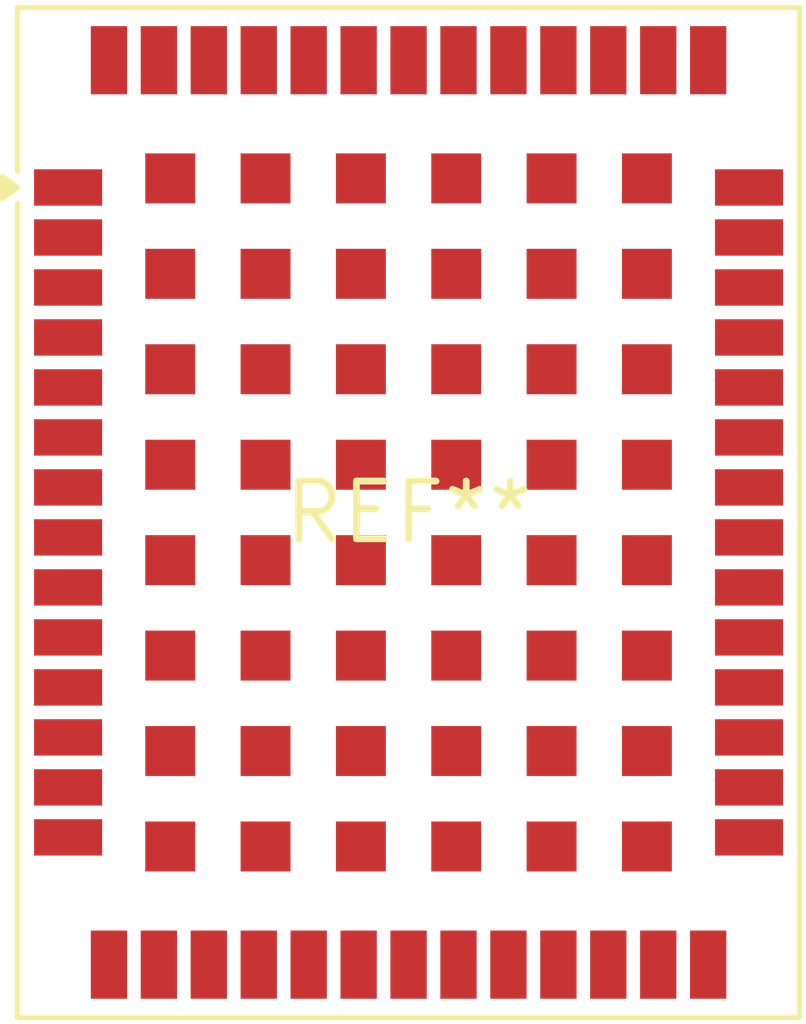
<source format=kicad_pcb>
(kicad_pcb (version 20240108) (generator pcbnew)
  (layers (0 "F.Cu" signal) (31 "B.Cu" signal) (34 "B.Paste" user) (35 "F.Paste" user) (36 "B.SilkS" user "B.Silkscreen") (37 "F.SilkS" user "F.Silkscreen") (38 "B.Mask" user) (39 "F.Mask" user) (44 "Edge.Cuts" user))
  (net 0 "")
  (footprint "ublox_ZED" (layer "F.Cu") (at 0 0)
    (property "Reference" "REF**")
    (property "Value" "ublox_ZED")
    (fp_line (start -8.61 -11.11) (end 8.61 -11.11) (layer "F.SilkS") (stroke (width 0.12)))
    (fp_line (start -8.61 -7.5) (end -8.61 -11.11) (layer "F.SilkS") (stroke (width 0.12)))
    (fp_line (start -8.61 -6.8) (end -8.61 11.11) (layer "F.SilkS") (stroke (width 0.12)))
    (fp_line (start -8.61 11.11) (end 8.61 11.11) (layer "F.SilkS") (stroke (width 0.12)))
    (fp_line (start 8.61 -11.11) (end 8.61 11.11) (layer "F.SilkS") (stroke (width 0.12)))
    (fp_poly (pts (xy -8.61 -7.15) (xy -8.94 -6.91) (xy -8.94 -7.39) (xy -8.61 -7.15)) (layer "F.SilkS") (stroke (width 0.12)) (fill solid))
    (pad "1" smd rect (at -7.5 -7.15) (size 1.5 0.8) (layers "F.Cu" "F.Paste" "F.Mask"))
    (pad "2" smd rect (at -7.5 -6.05) (size 1.5 0.8) (layers "F.Cu" "F.Paste" "F.Mask"))
    (pad "3" smd rect (at -7.5 -4.95) (size 1.5 0.8) (layers "F.Cu" "F.Paste" "F.Mask"))
    (pad "4" smd rect (at -7.5 -3.85) (size 1.5 0.8) (layers "F.Cu" "F.Paste" "F.Mask"))
    (pad "5" smd rect (at -7.5 -2.75) (size 1.5 0.8) (layers "F.Cu" "F.Paste" "F.Mask"))
    (pad "6" smd rect (at -7.5 -1.65) (size 1.5 0.8) (layers "F.Cu" "F.Paste" "F.Mask"))
    (pad "7" smd rect (at -7.5 -0.55) (size 1.5 0.8) (layers "F.Cu" "F.Paste" "F.Mask"))
    (pad "8" smd rect (at -7.5 0.55) (size 1.5 0.8) (layers "F.Cu" "F.Paste" "F.Mask"))
    (pad "9" smd rect (at -7.5 1.65) (size 1.5 0.8) (layers "F.Cu" "F.Paste" "F.Mask"))
    (pad "10" smd rect (at -7.5 2.75) (size 1.5 0.8) (layers "F.Cu" "F.Paste" "F.Mask"))
    (pad "11" smd rect (at -7.5 3.85) (size 1.5 0.8) (layers "F.Cu" "F.Paste" "F.Mask"))
    (pad "12" smd rect (at -7.5 4.95) (size 1.5 0.8) (layers "F.Cu" "F.Paste" "F.Mask"))
    (pad "13" smd rect (at -7.5 6.05) (size 1.5 0.8) (layers "F.Cu" "F.Paste" "F.Mask"))
    (pad "14" smd rect (at -7.5 7.15) (size 1.5 0.8) (layers "F.Cu" "F.Paste" "F.Mask"))
    (pad "15" smd rect (at -6.6 9.95 90) (size 1.5 0.8) (layers "F.Cu" "F.Paste" "F.Mask"))
    (pad "16" smd rect (at -5.5 9.95 90) (size 1.5 0.8) (layers "F.Cu" "F.Paste" "F.Mask"))
    (pad "17" smd rect (at -4.4 9.95 90) (size 1.5 0.8) (layers "F.Cu" "F.Paste" "F.Mask"))
    (pad "18" smd rect (at -3.3 9.95 270) (size 1.5 0.8) (layers "F.Cu" "F.Paste" "F.Mask"))
    (pad "19" smd rect (at -2.2 9.95 90) (size 1.5 0.8) (layers "F.Cu" "F.Paste" "F.Mask"))
    (pad "20" smd rect (at -1.1 9.95 90) (size 1.5 0.8) (layers "F.Cu" "F.Paste" "F.Mask"))
    (pad "21" smd rect (at 0 9.95 90) (size 1.5 0.8) (layers "F.Cu" "F.Paste" "F.Mask"))
    (pad "22" smd rect (at 1.1 9.95 90) (size 1.5 0.8) (layers "F.Cu" "F.Paste" "F.Mask"))
    (pad "23" smd rect (at 2.2 9.95 90) (size 1.5 0.8) (layers "F.Cu" "F.Paste" "F.Mask"))
    (pad "24" smd rect (at 3.3 9.95 90) (size 1.5 0.8) (layers "F.Cu" "F.Paste" "F.Mask"))
    (pad "25" smd rect (at 4.4 9.95 90) (size 1.5 0.8) (layers "F.Cu" "F.Paste" "F.Mask"))
    (pad "26" smd rect (at 5.5 9.95 90) (size 1.5 0.8) (layers "F.Cu" "F.Paste" "F.Mask"))
    (pad "27" smd rect (at 6.6 9.95 90) (size 1.5 0.8) (layers "F.Cu" "F.Paste" "F.Mask"))
    (pad "28" smd rect (at 7.5 7.15) (size 1.5 0.8) (layers "F.Cu" "F.Paste" "F.Mask"))
    (pad "29" smd rect (at 7.5 6.05) (size 1.5 0.8) (layers "F.Cu" "F.Paste" "F.Mask"))
    (pad "30" smd rect (at 7.5 4.95) (size 1.5 0.8) (layers "F.Cu" "F.Paste" "F.Mask"))
    (pad "31" smd rect (at 7.5 3.85) (size 1.5 0.8) (layers "F.Cu" "F.Paste" "F.Mask"))
    (pad "32" smd rect (at 7.5 2.75) (size 1.5 0.8) (layers "F.Cu" "F.Paste" "F.Mask"))
    (pad "33" smd rect (at 7.5 1.65) (size 1.5 0.8) (layers "F.Cu" "F.Paste" "F.Mask"))
    (pad "34" smd rect (at 7.5 0.55) (size 1.5 0.8) (layers "F.Cu" "F.Paste" "F.Mask"))
    (pad "35" smd rect (at 7.5 -0.55) (size 1.5 0.8) (layers "F.Cu" "F.Paste" "F.Mask"))
    (pad "36" smd rect (at 7.5 -1.65) (size 1.5 0.8) (layers "F.Cu" "F.Paste" "F.Mask"))
    (pad "37" smd rect (at 7.5 -2.75) (size 1.5 0.8) (layers "F.Cu" "F.Paste" "F.Mask"))
    (pad "38" smd rect (at 7.5 -3.85) (size 1.5 0.8) (layers "F.Cu" "F.Paste" "F.Mask"))
    (pad "39" smd rect (at 7.5 -4.95) (size 1.5 0.8) (layers "F.Cu" "F.Paste" "F.Mask"))
    (pad "40" smd rect (at 7.5 -6.05) (size 1.5 0.8) (layers "F.Cu" "F.Paste" "F.Mask"))
    (pad "41" smd rect (at 7.5 -7.15) (size 1.5 0.8) (layers "F.Cu" "F.Paste" "F.Mask"))
    (pad "42" smd rect (at 6.6 -9.95 90) (size 1.5 0.8) (layers "F.Cu" "F.Paste" "F.Mask"))
    (pad "43" smd rect (at 5.5 -9.95 90) (size 1.5 0.8) (layers "F.Cu" "F.Paste" "F.Mask"))
    (pad "44" smd rect (at 4.4 -9.95 90) (size 1.5 0.8) (layers "F.Cu" "F.Paste" "F.Mask"))
    (pad "45" smd rect (at 3.3 -9.95 90) (size 1.5 0.8) (layers "F.Cu" "F.Paste" "F.Mask"))
    (pad "46" smd rect (at 2.2 -9.95 90) (size 1.5 0.8) (layers "F.Cu" "F.Paste" "F.Mask"))
    (pad "47" smd rect (at 1.1 -9.95 90) (size 1.5 0.8) (layers "F.Cu" "F.Paste" "F.Mask"))
    (pad "48" smd rect (at 0 -9.95 90) (size 1.5 0.8) (layers "F.Cu" "F.Paste" "F.Mask"))
    (pad "49" smd rect (at -1.1 -9.95 90) (size 1.5 0.8) (layers "F.Cu" "F.Paste" "F.Mask"))
    (pad "50" smd rect (at -2.2 -9.95 90) (size 1.5 0.8) (layers "F.Cu" "F.Paste" "F.Mask"))
    (pad "51" smd rect (at -3.3 -9.95 90) (size 1.5 0.8) (layers "F.Cu" "F.Paste" "F.Mask"))
    (pad "52" smd rect (at -4.4 -9.95 90) (size 1.5 0.8) (layers "F.Cu" "F.Paste" "F.Mask"))
    (pad "53" smd rect (at -5.5 -9.95 90) (size 1.5 0.8) (layers "F.Cu" "F.Paste" "F.Mask"))
    (pad "54" smd rect (at -6.6 -9.95 90) (size 1.5 0.8) (layers "F.Cu" "F.Paste" "F.Mask"))
    (pad "55" smd rect (at -5.25 -7.35) (size 1.1 1.1) (layers "F.Cu" "F.Paste" "F.Mask"))
    (pad "55" smd rect (at -5.25 -5.25) (size 1.1 1.1) (layers "F.Cu" "F.Paste" "F.Mask"))
    (pad "55" smd rect (at -5.25 -3.15) (size 1.1 1.1) (layers "F.Cu" "F.Paste" "F.Mask"))
    (pad "55" smd rect (at -5.25 -1.05) (size 1.1 1.1) (layers "F.Cu" "F.Paste" "F.Mask"))
    (pad "55" smd rect (at -5.25 1.05) (size 1.1 1.1) (layers "F.Cu" "F.Paste" "F.Mask"))
    (pad "55" smd rect (at -5.25 3.15) (size 1.1 1.1) (layers "F.Cu" "F.Paste" "F.Mask"))
    (pad "55" smd rect (at -5.25 5.25) (size 1.1 1.1) (layers "F.Cu" "F.Paste" "F.Mask"))
    (pad "55" smd rect (at -5.25 7.35) (size 1.1 1.1) (layers "F.Cu" "F.Paste" "F.Mask"))
    (pad "55" smd rect (at -3.15 -7.35) (size 1.1 1.1) (layers "F.Cu" "F.Paste" "F.Mask"))
    (pad "55" smd rect (at -3.15 -5.25) (size 1.1 1.1) (layers "F.Cu" "F.Paste" "F.Mask"))
    (pad "55" smd rect (at -3.15 -3.15) (size 1.1 1.1) (layers "F.Cu" "F.Paste" "F.Mask"))
    (pad "55" smd rect (at -3.15 -1.05) (size 1.1 1.1) (layers "F.Cu" "F.Paste" "F.Mask"))
    (pad "55" smd rect (at -3.15 1.05) (size 1.1 1.1) (layers "F.Cu" "F.Paste" "F.Mask"))
    (pad "55" smd rect (at -3.15 3.15) (size 1.1 1.1) (layers "F.Cu" "F.Paste" "F.Mask"))
    (pad "55" smd rect (at -3.15 5.25) (size 1.1 1.1) (layers "F.Cu" "F.Paste" "F.Mask"))
    (pad "55" smd rect (at -3.15 7.35) (size 1.1 1.1) (layers "F.Cu" "F.Paste" "F.Mask"))
    (pad "55" smd rect (at -1.05 -7.35) (size 1.1 1.1) (layers "F.Cu" "F.Paste" "F.Mask"))
    (pad "55" smd rect (at -1.05 -5.25) (size 1.1 1.1) (layers "F.Cu" "F.Paste" "F.Mask"))
    (pad "55" smd rect (at -1.05 -3.15) (size 1.1 1.1) (layers "F.Cu" "F.Paste" "F.Mask"))
    (pad "55" smd rect (at -1.05 -1.05) (size 1.1 1.1) (layers "F.Cu" "F.Paste" "F.Mask"))
    (pad "55" smd rect (at -1.05 1.05) (size 1.1 1.1) (layers "F.Cu" "F.Paste" "F.Mask"))
    (pad "55" smd rect (at -1.05 3.15) (size 1.1 1.1) (layers "F.Cu" "F.Paste" "F.Mask"))
    (pad "55" smd rect (at -1.05 5.25) (size 1.1 1.1) (layers "F.Cu" "F.Paste" "F.Mask"))
    (pad "55" smd rect (at -1.05 7.35) (size 1.1 1.1) (layers "F.Cu" "F.Paste" "F.Mask"))
    (pad "55" smd rect (at 1.05 -7.35) (size 1.1 1.1) (layers "F.Cu" "F.Paste" "F.Mask"))
    (pad "55" smd rect (at 1.05 -5.25) (size 1.1 1.1) (layers "F.Cu" "F.Paste" "F.Mask"))
    (pad "55" smd rect (at 1.05 -3.15) (size 1.1 1.1) (layers "F.Cu" "F.Paste" "F.Mask"))
    (pad "55" smd rect (at 1.05 -1.05) (size 1.1 1.1) (layers "F.Cu" "F.Paste" "F.Mask"))
    (pad "55" smd rect (at 1.05 1.05) (size 1.1 1.1) (layers "F.Cu" "F.Paste" "F.Mask"))
    (pad "55" smd rect (at 1.05 3.15) (size 1.1 1.1) (layers "F.Cu" "F.Paste" "F.Mask"))
    (pad "55" smd rect (at 1.05 5.25) (size 1.1 1.1) (layers "F.Cu" "F.Paste" "F.Mask"))
    (pad "55" smd rect (at 1.05 7.35) (size 1.1 1.1) (layers "F.Cu" "F.Paste" "F.Mask"))
    (pad "55" smd rect (at 3.15 -7.35) (size 1.1 1.1) (layers "F.Cu" "F.Paste" "F.Mask"))
    (pad "55" smd rect (at 3.15 -5.25) (size 1.1 1.1) (layers "F.Cu" "F.Paste" "F.Mask"))
    (pad "55" smd rect (at 3.15 -3.15) (size 1.1 1.1) (layers "F.Cu" "F.Paste" "F.Mask"))
    (pad "55" smd rect (at 3.15 -1.05) (size 1.1 1.1) (layers "F.Cu" "F.Paste" "F.Mask"))
    (pad "55" smd rect (at 3.15 1.05) (size 1.1 1.1) (layers "F.Cu" "F.Paste" "F.Mask"))
    (pad "55" smd rect (at 3.15 3.15) (size 1.1 1.1) (layers "F.Cu" "F.Paste" "F.Mask"))
    (pad "55" smd rect (at 3.15 5.25) (size 1.1 1.1) (layers "F.Cu" "F.Paste" "F.Mask"))
    (pad "55" smd rect (at 3.15 7.35) (size 1.1 1.1) (layers "F.Cu" "F.Paste" "F.Mask"))
    (pad "55" smd rect (at 5.25 -7.35) (size 1.1 1.1) (layers "F.Cu" "F.Paste" "F.Mask"))
    (pad "55" smd rect (at 5.25 -5.25) (size 1.1 1.1) (layers "F.Cu" "F.Paste" "F.Mask"))
    (pad "55" smd rect (at 5.25 -3.15) (size 1.1 1.1) (layers "F.Cu" "F.Paste" "F.Mask"))
    (pad "55" smd rect (at 5.25 -1.05) (size 1.1 1.1) (layers "F.Cu" "F.Paste" "F.Mask"))
    (pad "55" smd rect (at 5.25 1.05) (size 1.1 1.1) (layers "F.Cu" "F.Paste" "F.Mask"))
    (pad "55" smd rect (at 5.25 3.15) (size 1.1 1.1) (layers "F.Cu" "F.Paste" "F.Mask"))
    (pad "55" smd rect (at 5.25 5.25) (size 1.1 1.1) (layers "F.Cu" "F.Paste" "F.Mask"))
    (pad "55" smd rect (at 5.25 7.35) (size 1.1 1.1) (layers "F.Cu" "F.Paste" "F.Mask"))
  )
)
</source>
